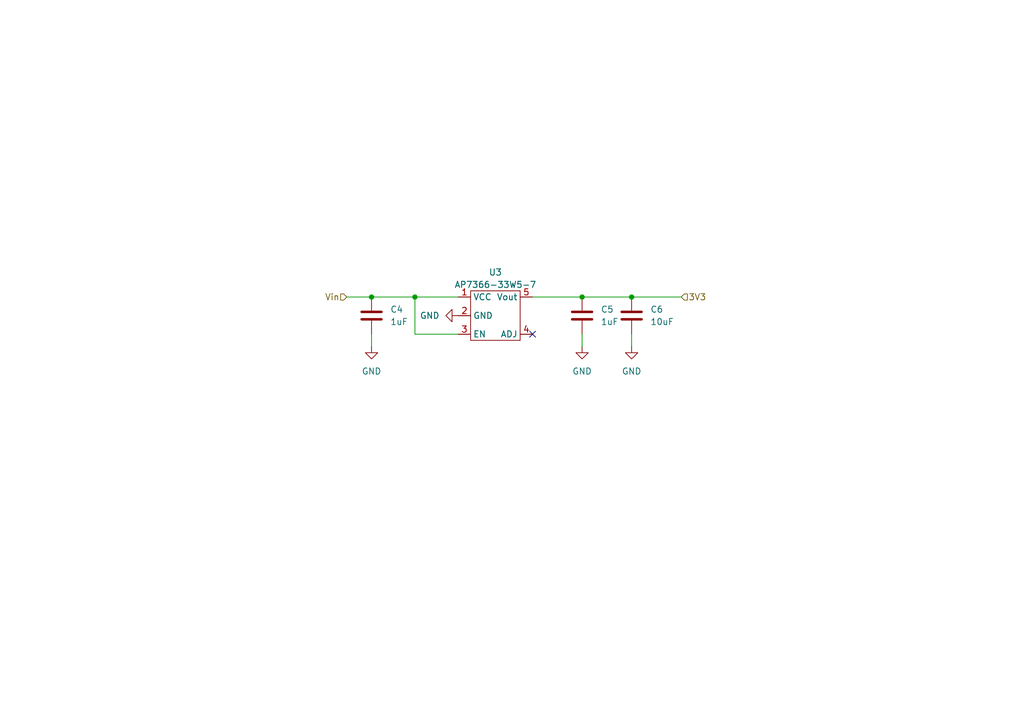
<source format=kicad_sch>
(kicad_sch (version 20231120) (generator "eeschema") (generator_version "8.0")
  (paper "A5")
  (lib_symbols
    (symbol "AP7366_SOT_25:AP7366_SOT25"
      (property "Reference" "U" (at 0 5.334 0))
      (symbol "AP7366_SOT25_0_1"
        (rectangle (start -5.08 3.81) (end 5.08 -6.35))
      )
      (symbol "AP7366_SOT25_1_1"
        (pin power_in line (at -7.62 2.54 0) (length 2.54) (name "VCC") (number "1"))
        (pin power_in line (at -7.62 -1.27 0) (length 2.54) (name "GND") (number "2"))
        (pin input line (at -7.62 -5.08 0) (length 2.54) (name "EN") (number "3"))
        (pin power_in line (at 7.62 -5.08 180) (length 2.54) (name "ADJ") (number "4"))
        (pin power_in line (at 7.62 2.54 180) (length 2.54) (name "Vout") (number "5"))
      )
    )
    (symbol "Device:C" (pin_numbers hide) (pin_names (offset 0.254))
      (property "Reference" "C" (at 0.635 2.54 0))
      (property "Value" "C" (at 0.635 -2.54 0))
      (symbol "C_0_1"
        (polyline (pts (xy -2.032 -0.762) (xy 2.032 -0.762)) (stroke (width 0.508)))
        (polyline (pts (xy -2.032 0.762) (xy 2.032 0.762)) (stroke (width 0.508)))
      )
      (symbol "C_1_1"
        (pin passive line (at 0 3.81 270) (length 2.794) (name "~") (number "1"))
        (pin passive line (at 0 -3.81 90) (length 2.794) (name "~") (number "2"))
      )
    )
    (symbol "power:GND" (power) (pin_numbers hide) (pin_names (offset 0) hide)
      (property "Value" "GND" (at 0 -3.81 0))
      (symbol "GND_0_1"
        (polyline (pts (xy 0 0) (xy 0 -1.27) (xy 1.27 -1.27) (xy 0 -2.54) (xy -1.27 -1.27) (xy 0 -1.27)))
      )
      (symbol "GND_1_1"
        (pin power_in line (at 0 0 270) (length 0) (name "~") (number "1"))
      )
    )
  )
  (junction (at 76.2 60.96))
  (junction (at 85.09 60.96))
  (junction (at 129.54 60.96))
  (junction (at 119.38 60.96))
  (no_connect (at 109.22 68.58))
  (wire (pts (xy 129.54 60.96) (xy 139.7 60.96)))
  (wire (pts (xy 119.38 68.58) (xy 119.38 71.12)))
  (wire (pts (xy 71.12 60.96) (xy 76.2 60.96)))
  (wire (pts (xy 85.09 68.58) (xy 85.09 60.96)))
  (wire (pts (xy 85.09 60.96) (xy 93.98 60.96)))
  (wire (pts (xy 129.54 60.96) (xy 119.38 60.96)))
  (wire (pts (xy 76.2 68.58) (xy 76.2 71.12)))
  (wire (pts (xy 129.54 68.58) (xy 129.54 71.12)))
  (wire (pts (xy 76.2 60.96) (xy 85.09 60.96)))
  (wire (pts (xy 93.98 68.58) (xy 85.09 68.58)))
  (wire (pts (xy 109.22 60.96) (xy 119.38 60.96)))
  (hierarchical_label "3V3" (shape input) (at 139.7 60.96 0))
  (hierarchical_label "Vin" (shape input) (at 71.12 60.96 180))
  (symbol (lib_id "power:GND") (at 76.2 71.12 0) (unit 1)
    (property "Reference" "#PWR017" (effects (hide yes)))
    (property "Value" "GND" (at 76.2 76.2 0))
    (property "Description" "Power symbol creates a global label with name \"GND\" , ground" (effects (hide yes)))
  )
  (symbol (lib_id "power:GND") (at 93.98 64.77 270) (unit 1)
    (property "Reference" "#PWR018" (effects (hide yes)))
    (property "Value" "GND" (at 90.17 64.7699 90) (effects (justify right)))
    (property "Description" "Power symbol creates a global label with name \"GND\" , ground" (effects (hide yes)))
  )
  (symbol (lib_id "AP7366_SOT_25:AP7366_SOT25") (at 101.6 63.5 0) (unit 1)
    (property "Reference" "U3" (at 101.6 55.88 0))
    (property "Value" "AP7366-33W5-7" (at 101.6 58.42 0))
    (property "Footprint" "AP7366-SOT25:AP7366" (effects (hide yes)))
  )
  (symbol (lib_id "Device:C") (at 76.2 64.77 0) (unit 1)
    (property "Reference" "C4" (at 80.01 63.4999 0) (effects (justify left)))
    (property "Value" "1uF" (at 80.01 66.0399 0) (effects (justify left)))
    (property "Footprint" "Resistor_SMD:R_0603_1608Metric" (effects (hide yes)))
    (property "Description" "Unpolarized capacitor" (effects (hide yes)))
  )
  (symbol (lib_id "power:GND") (at 119.38 71.12 0) (unit 1)
    (property "Reference" "#PWR019" (effects (hide yes)))
    (property "Value" "GND" (at 119.38 76.2 0))
    (property "Description" "Power symbol creates a global label with name \"GND\" , ground" (effects (hide yes)))
  )
  (symbol (lib_id "Device:C") (at 129.54 64.77 0) (unit 1)
    (property "Reference" "C6" (at 133.35 63.4999 0) (effects (justify left)))
    (property "Value" "10uF" (at 133.35 66.0399 0) (effects (justify left)))
    (property "Footprint" "Capacitor_SMD:C_0603_1608Metric" (effects (hide yes)))
    (property "Description" "Unpolarized capacitor" (effects (hide yes)))
  )
  (symbol (lib_id "Device:C") (at 119.38 64.77 0) (unit 1)
    (property "Reference" "C5" (at 123.19 63.4999 0) (effects (justify left)))
    (property "Value" "1uF" (at 123.19 66.0399 0) (effects (justify left)))
    (property "Footprint" "Resistor_SMD:R_0603_1608Metric" (effects (hide yes)))
    (property "Description" "Unpolarized capacitor" (effects (hide yes)))
  )
  (symbol (lib_id "power:GND") (at 129.54 71.12 0) (unit 1)
    (property "Reference" "#PWR020" (effects (hide yes)))
    (property "Value" "GND" (at 129.54 76.2 0))
    (property "Description" "Power symbol creates a global label with name \"GND\" , ground" (effects (hide yes)))
  )
)
</source>
